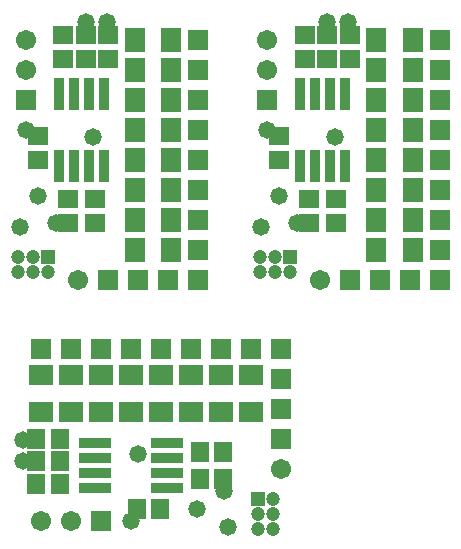
<source format=gts>
%FSLAX24Y24*%
%MOIN*%
G70*
G01*
G75*
G04 Layer_Color=8388736*
%ADD10R,0.0748X0.0591*%
%ADD11R,0.0551X0.0591*%
%ADD12R,0.1000X0.0260*%
%ADD13C,0.0120*%
%ADD14C,0.0250*%
%ADD15C,0.0200*%
%ADD16R,0.0591X0.0748*%
%ADD17R,0.0591X0.0551*%
%ADD18R,0.0260X0.1000*%
%ADD19R,0.0591X0.0591*%
%ADD20C,0.0394*%
%ADD21R,0.0394X0.0394*%
%ADD22C,0.0591*%
%ADD23R,0.0591X0.0591*%
%ADD24C,0.0500*%
%ADD25R,0.0394X0.0394*%
%ADD26R,0.0315X0.0512*%
%ADD27R,0.0320X0.0500*%
%ADD28R,0.0591X0.0630*%
%ADD29R,0.0630X0.0591*%
%ADD30R,0.0512X0.0315*%
%ADD31R,0.0500X0.0320*%
%ADD32R,0.0630X0.0591*%
%ADD33C,0.0079*%
%ADD34C,0.0050*%
%ADD35R,0.0828X0.0671*%
%ADD36R,0.0631X0.0671*%
%ADD37R,0.1080X0.0340*%
%ADD38R,0.0671X0.0828*%
%ADD39R,0.0671X0.0631*%
%ADD40R,0.0340X0.1080*%
%ADD41R,0.0671X0.0671*%
%ADD42C,0.0474*%
%ADD43R,0.0474X0.0474*%
%ADD44C,0.0671*%
%ADD45R,0.0671X0.0671*%
%ADD46C,0.0580*%
%ADD47R,0.0474X0.0474*%
D35*
X33650Y28440D02*
D03*
Y29660D02*
D03*
X32650Y28440D02*
D03*
Y29660D02*
D03*
X35650Y28440D02*
D03*
Y29660D02*
D03*
X36650Y28440D02*
D03*
Y29660D02*
D03*
X37650Y28440D02*
D03*
Y29660D02*
D03*
X34650Y28440D02*
D03*
Y29660D02*
D03*
X38650Y28440D02*
D03*
Y29660D02*
D03*
X31650Y28440D02*
D03*
Y29660D02*
D03*
D36*
X35644Y25200D02*
D03*
X34856D02*
D03*
X31506Y26050D02*
D03*
X32294D02*
D03*
Y27550D02*
D03*
X31506D02*
D03*
X32294Y26800D02*
D03*
X31506D02*
D03*
X36956Y26200D02*
D03*
X37744D02*
D03*
X36956Y27100D02*
D03*
X37744D02*
D03*
D37*
X33450Y25900D02*
D03*
Y26400D02*
D03*
Y26900D02*
D03*
Y27400D02*
D03*
X35850Y25900D02*
D03*
Y26400D02*
D03*
Y26900D02*
D03*
Y27400D02*
D03*
D38*
X42840Y38850D02*
D03*
X44060D02*
D03*
X42840Y39850D02*
D03*
X44060D02*
D03*
X42840Y36850D02*
D03*
X44060D02*
D03*
X42840Y35850D02*
D03*
X44060D02*
D03*
X42840Y34850D02*
D03*
X44060D02*
D03*
X42840Y37850D02*
D03*
X44060D02*
D03*
X42840Y33850D02*
D03*
X44060D02*
D03*
X42840Y40850D02*
D03*
X44060D02*
D03*
X34790Y38850D02*
D03*
X36010D02*
D03*
X34790Y39850D02*
D03*
X36010D02*
D03*
X34790Y36850D02*
D03*
X36010D02*
D03*
X34790Y35850D02*
D03*
X36010D02*
D03*
X34790Y34850D02*
D03*
X36010D02*
D03*
X34790Y37850D02*
D03*
X36010D02*
D03*
X34790Y33850D02*
D03*
X36010D02*
D03*
X34790Y40850D02*
D03*
X36010D02*
D03*
D39*
X39600Y36856D02*
D03*
Y37644D02*
D03*
X40450Y40994D02*
D03*
Y40206D02*
D03*
X41950D02*
D03*
Y40994D02*
D03*
X41200Y40206D02*
D03*
Y40994D02*
D03*
X40600Y35544D02*
D03*
Y34756D02*
D03*
X41500Y35544D02*
D03*
Y34756D02*
D03*
X31550Y36856D02*
D03*
Y37644D02*
D03*
X32400Y40994D02*
D03*
Y40206D02*
D03*
X33900D02*
D03*
Y40994D02*
D03*
X33150Y40206D02*
D03*
Y40994D02*
D03*
X32550Y35544D02*
D03*
Y34756D02*
D03*
X33450Y35544D02*
D03*
Y34756D02*
D03*
D40*
X40300Y39050D02*
D03*
X40800D02*
D03*
X41300D02*
D03*
X41800D02*
D03*
X40300Y36650D02*
D03*
X40800D02*
D03*
X41300D02*
D03*
X41800D02*
D03*
X32250Y39050D02*
D03*
X32750D02*
D03*
X33250D02*
D03*
X33750D02*
D03*
X32250Y36650D02*
D03*
X32750D02*
D03*
X33250D02*
D03*
X33750D02*
D03*
D41*
X39650Y28550D02*
D03*
X35650Y30550D02*
D03*
X34650D02*
D03*
X33650D02*
D03*
X32650D02*
D03*
X39650Y27550D02*
D03*
X31650Y30550D02*
D03*
X38650D02*
D03*
X37650D02*
D03*
X36650D02*
D03*
X39650Y29550D02*
D03*
Y30550D02*
D03*
X39200Y38850D02*
D03*
X31150D02*
D03*
D42*
X39400Y24550D02*
D03*
X38900D02*
D03*
X39400Y25050D02*
D03*
X38900D02*
D03*
X39400Y25550D02*
D03*
X38950Y33100D02*
D03*
Y33600D02*
D03*
X39450Y33100D02*
D03*
Y33600D02*
D03*
X39950Y33100D02*
D03*
X30900D02*
D03*
Y33600D02*
D03*
X31400Y33100D02*
D03*
Y33600D02*
D03*
X31900Y33100D02*
D03*
D43*
X38900Y25550D02*
D03*
D44*
X31650Y24800D02*
D03*
X32650D02*
D03*
X39650Y26550D02*
D03*
X39200Y40850D02*
D03*
Y39850D02*
D03*
X40950Y32850D02*
D03*
X31150Y40850D02*
D03*
Y39850D02*
D03*
X32900Y32850D02*
D03*
D45*
X33650Y24800D02*
D03*
X42950Y32850D02*
D03*
X44950Y36850D02*
D03*
Y37850D02*
D03*
Y38850D02*
D03*
Y39850D02*
D03*
X41950Y32850D02*
D03*
X44950Y40850D02*
D03*
Y33850D02*
D03*
Y34850D02*
D03*
Y35850D02*
D03*
X43950Y32850D02*
D03*
X44950D02*
D03*
X34900D02*
D03*
X36900Y36850D02*
D03*
Y37850D02*
D03*
Y38850D02*
D03*
Y39850D02*
D03*
X33900Y32850D02*
D03*
X36900Y40850D02*
D03*
Y33850D02*
D03*
Y34850D02*
D03*
Y35850D02*
D03*
X35900Y32850D02*
D03*
X36900D02*
D03*
D46*
X37900Y24600D02*
D03*
X34650Y24800D02*
D03*
X36850Y25200D02*
D03*
X37750Y25800D02*
D03*
X31050Y27500D02*
D03*
Y26800D02*
D03*
X34900Y27050D02*
D03*
X39000Y34600D02*
D03*
X39200Y37850D02*
D03*
X39600Y35650D02*
D03*
X40200Y34750D02*
D03*
X41900Y41450D02*
D03*
X41200D02*
D03*
X41450Y37600D02*
D03*
X30950Y34600D02*
D03*
X31150Y37850D02*
D03*
X31550Y35650D02*
D03*
X32150Y34750D02*
D03*
X33850Y41450D02*
D03*
X33150D02*
D03*
X33400Y37600D02*
D03*
D47*
X39950Y33600D02*
D03*
X31900D02*
D03*
M02*

</source>
